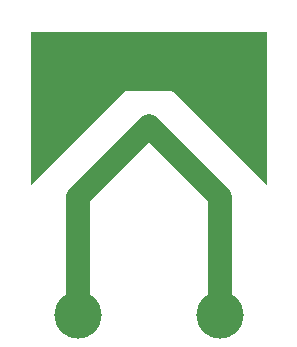
<source format=gbl>
%FSLAX21Y21*%
%MOMM*%
%ADD10C,2*%
%ADD11C,4*%
%LPD*%
D10*
X-60Y60D02*
G01*
Y160D01*
X-120Y220D01*
X-180Y160D01*
Y60D01*
D11*
X-60D03*
X-180D03*
G36*
X-20Y170D02*
Y300D01*
X-220D01*
Y170D01*
X-140Y250D01*
X-100D01*
X-20Y170D01*
G37*
M02*

</source>
